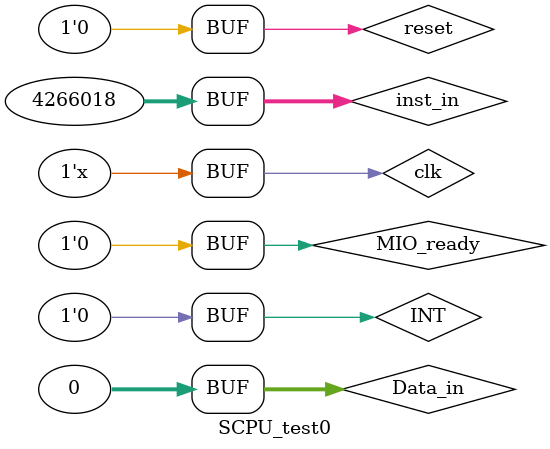
<source format=v>
`timescale 1ns / 1ps


module SCPU_test0;

	// Inputs
	reg clk;
	reg reset;
	reg MIO_ready;
	reg [31:0] inst_in;
	reg [31:0] Data_in;
	reg INT;

	// Outputs
	wire mem_w;
	wire [31:0] PC_out;
	wire [31:0] Addr_out;
	wire [31:0] Data_out;
	wire CPU_MIO;

	// Instantiate the Unit Under Test (UUT)
	SCPU uut (
		.clk(clk), 
		.reset(reset), 
		.MIO_ready(MIO_ready), 
		.inst_in(inst_in), 
		.Data_in(Data_in), 
		.mem_w(mem_w), 
		.PC_out(PC_out), 
		.Addr_out(Addr_out), 
		.Data_out(Data_out), 
		.CPU_MIO(CPU_MIO), 
		.INT(INT)
	);

	initial begin
		// Initialize Inputs
		clk = 0;
		reset = 0;
		MIO_ready = 0;
		inst_in = 0;
		Data_in = 0;
		INT = 0;

		// Wait 100 ns for global reset to finish
		#100;
        
		// Add stimulus here
		reset = 1; #10;
		reset = 0; #10;
		inst_in = 32'h00000827; #100;//nor $at, $zero, $zero; // op = 0, rd = 1, rs = 0, rt = 0, 0 nor 0 = 0xffffffff.
		inst_in = 32'b00100000000000010000000000001000;#100; /*addi $0, $1, 8 => $1 = 8 */
		inst_in = 32'b00000000010000010001100000100010;#100;/*sub $3, $2, $1 =>$3 = -8*/
	end
   always begin
		clk = ~clk;#10;
	end
endmodule


</source>
